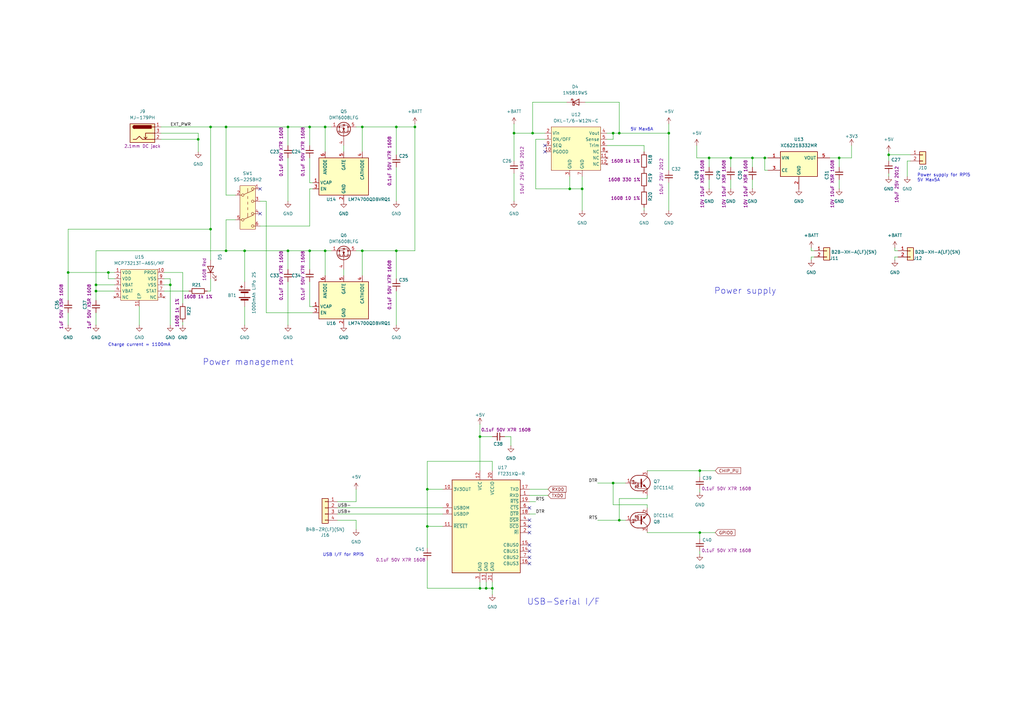
<source format=kicad_sch>
(kicad_sch (version 20250114) (generator "eeschema") (generator_version "9.0")
  (paper "A3")
  (lib_symbols
    (symbol "Connector:Barrel_Jack_Switch" (pin_names (hide yes))
      (property "Reference" "J" (at 0 5.334 0))
      (property "Value" "Barrel_Jack_Switch" (at 0 -5.08 0))
      (symbol "Barrel_Jack_Switch_1_1"
        (pin passive line (at 7.62 2.54 180) (length 2.54) (name "~") (number "1"))
        (pin passive line (at 7.62 0 180) (length 2.54) (name "~") (number "3"))
        (pin passive line (at 7.62 -2.54 180) (length 2.54) (name "~") (number "2"))
      )
    )
    (symbol "Connector_Generic:Conn_01x02" (pin_names (offset 1.016) (hide yes))
      (property "Reference" "J" (at 0 2.54 0))
      (property "Value" "Conn_01x02" (at 0 -5.08 0))
      (symbol "Conn_01x02_1_1"
        (pin passive line (at -5.08 0 0) (length 3.81) (name "Pin_1") (number "1"))
        (pin passive line (at -5.08 -2.54 0) (length 3.81) (name "Pin_2") (number "2"))
      )
    )
    (symbol "Connector_Generic:Conn_01x04" (pin_names (offset 1.016) (hide yes))
      (property "Reference" "J" (at 0 5.08 0))
      (property "Value" "Conn_01x04" (at 0 -7.62 0))
      (symbol "Conn_01x04_1_1"
        (pin passive line (at -5.08 2.54 0) (length 3.81) (name "Pin_1") (number "1"))
        (pin passive line (at -5.08 0 0) (length 3.81) (name "Pin_2") (number "2"))
        (pin passive line (at -5.08 -2.54 0) (length 3.81) (name "Pin_3") (number "3"))
        (pin passive line (at -5.08 -5.08 0) (length 3.81) (name "Pin_4") (number "4"))
      )
    )
    (symbol "Device:Battery" (pin_numbers (hide yes)) (pin_names (offset 0) (hide yes))
      (property "Reference" "BT" (at 2.54 2.54 0))
      (property "Value" "Battery" (at 2.54 0 0))
      (symbol "Battery_1_1"
        (pin passive line (at 0 5.08 270) (length 2.54) (name "+") (number "1"))
        (pin passive line (at 0 -5.08 90) (length 2.54) (name "-") (number "2"))
      )
    )
    (symbol "Device:C_Small" (pin_numbers (hide yes)) (pin_names (offset 0.254) (hide yes))
      (property "Reference" "C" (at 0.254 1.778 0))
      (property "Value" "C_Small" (at 0.254 -2.032 0))
      (symbol "C_Small_1_1"
        (pin passive line (at 0 2.54 270) (length 2.032) (name "~") (number "1"))
        (pin passive line (at 0 -2.54 90) (length 2.032) (name "~") (number "2"))
      )
    )
    (symbol "Device:D_Schottky" (pin_numbers (hide yes)) (pin_names (offset 1.016) (hide yes))
      (property "Reference" "D" (at 0 2.54 0))
      (property "Value" "D_Schottky" (at 0 -2.54 0))
      (symbol "D_Schottky_1_1"
        (pin passive line (at -3.81 0 0) (length 2.54) (name "K") (number "1"))
        (pin passive line (at 3.81 0 180) (length 2.54) (name "A") (number "2"))
      )
    )
    (symbol "Device:LED" (pin_numbers (hide yes)) (pin_names (offset 1.016) (hide yes))
      (property "Reference" "D" (at 0 2.54 0))
      (property "Value" "LED" (at 0 -2.54 0))
      (symbol "LED_1_1"
        (pin passive line (at -3.81 0 0) (length 2.54) (name "K") (number "1"))
        (pin passive line (at 3.81 0 180) (length 2.54) (name "A") (number "2"))
      )
    )
    (symbol "Device:R" (pin_numbers (hide yes)) (pin_names (offset 0))
      (property "Reference" "R" (at 2.032 0 90))
      (property "Value" "R" (at 0 0 90))
      (symbol "R_1_1"
        (pin passive line (at 0 3.81 270) (length 1.27) (name "~") (number "1"))
        (pin passive line (at 0 -3.81 90) (length 1.27) (name "~") (number "2"))
      )
    )
    (symbol "Interface_USB:FT231XQ"
      (property "Reference" "U" (at -13.97 20.32 0))
      (property "Value" "FT231XQ" (at 6.35 20.32 0))
      (symbol "FT231XQ_1_1"
        (pin power_out line (at -17.78 15.24 0) (length 3.81) (name "3V3OUT") (number "10"))
        (pin bidirectional line (at -17.78 7.62 0) (length 3.81) (name "USBDM") (number "9"))
        (pin bidirectional line (at -17.78 5.08 0) (length 3.81) (name "USBDP") (number "8"))
        (pin input line (at -17.78 0 0) (length 3.81) (name "~{RESET}") (number "11"))
        (pin power_in line (at -2.54 22.86 270) (length 3.81) (name "VCC") (number "12"))
        (pin power_in line (at -2.54 -22.86 90) (length 3.81) (name "GND") (number "3"))
        (pin power_in line (at 0 -22.86 90) (length 3.81) (name "GND") (number "13"))
        (pin power_in line (at 2.54 22.86 270) (length 3.81) (name "VCCIO") (number "20"))
        (pin power_in line (at 2.54 -22.86 90) (length 3.81) (name "GND") (number "21"))
        (pin output line (at 17.78 15.24 180) (length 3.81) (name "TXD") (number "17"))
        (pin input line (at 17.78 12.7 180) (length 3.81) (name "RXD") (number "1"))
        (pin output line (at 17.78 10.16 180) (length 3.81) (name "~{RTS}") (number "19"))
        (pin input line (at 17.78 7.62 180) (length 3.81) (name "~{CTS}") (number "6"))
        (pin output line (at 17.78 5.08 180) (length 3.81) (name "~{DTR}") (number "18"))
        (pin input line (at 17.78 2.54 180) (length 3.81) (name "~{DSR}") (number "4"))
        (pin input line (at 17.78 0 180) (length 3.81) (name "~{DCD}") (number "5"))
        (pin input line (at 17.78 -2.54 180) (length 3.81) (name "~{RI}") (number "2"))
        (pin bidirectional line (at 17.78 -7.62 180) (length 3.81) (name "CBUS0") (number "15"))
        (pin bidirectional line (at 17.78 -10.16 180) (length 3.81) (name "CBUS1") (number "14"))
        (pin bidirectional line (at 17.78 -12.7 180) (length 3.81) (name "CBUS2") (number "7"))
        (pin bidirectional line (at 17.78 -15.24 180) (length 3.81) (name "CBUS3") (number "16"))
      )
    )
    (symbol "Power_Management:LM74700"
      (property "Reference" "U" (at -9.525 -8.89 0))
      (property "Value" "LM74700" (at 7.62 -8.89 0))
      (symbol "LM74700_1_1"
        (pin passive line (at -12.7 -2.54 0) (length 2.54) (name "VCAP") (number "1"))
        (pin input line (at -12.7 -5.08 0) (length 2.54) (name "EN") (number "3"))
        (pin power_in line (at -7.62 10.16 270) (length 2.54) (name "ANODE") (number "6"))
        (pin output line (at 0 10.16 270) (length 2.54) (name "GATE") (number "5"))
        (pin power_in line (at 0 -10.16 90) (length 2.54) (name "GND") (number "2"))
        (pin input line (at 7.62 10.16 270) (length 2.54) (name "CATHODE") (number "4"))
      )
    )
    (symbol "Regulator_Linear:XC6220B331MR"
      (property "Reference" "U" (at 0 8.89 0))
      (property "Value" "XC6220B331MR" (at 0 6.35 0))
      (symbol "XC6220B331MR_1_1"
        (pin power_in line (at -12.7 2.54 0) (length 5.08) (name "VIN") (number "1"))
        (pin input line (at -12.7 -2.54 0) (length 5.08) (name "CE") (number "3"))
        (pin power_in line (at 0 -10.16 90) (length 5.08) (name "GND") (number "2"))
        (pin power_out line (at 12.7 2.54 180) (length 5.08) (name "VOUT") (number "5"))
        (pin no_connect line (at 12.7 -2.54 180) (length 5.08) (hide yes) (name "NC") (number "4"))
      )
    )
    (symbol "Switch:SW_Push_DPDT" (pin_names (offset 0) (hide yes))
      (property "Reference" "SW" (at 0 10.16 0))
      (property "Value" "SW_Push_DPDT" (at 0 -10.16 0))
      (symbol "SW_Push_DPDT_1_1"
        (pin passive line (at -5.08 5.08 0) (length 2.54) (name "B") (number "2"))
        (pin passive line (at -5.08 -5.08 0) (length 2.54) (name "B") (number "5"))
        (pin passive line (at 5.08 7.62 180) (length 2.54) (name "A") (number "1"))
        (pin passive line (at 5.08 2.54 180) (length 2.54) (name "C") (number "3"))
        (pin passive line (at 5.08 -2.54 180) (length 2.54) (name "A") (number "4"))
        (pin passive line (at 5.08 -7.62 180) (length 2.54) (name "C") (number "6"))
      )
    )
    (symbol "Transistor_BJT:DTC114E" (pin_names (offset 0) (hide yes))
      (property "Reference" "Q" (at 5.08 1.905 0))
      (property "Value" "DTC114E" (at 5.08 0 0))
      (symbol "DTC114E_0_0"
        (text "10k" (at -3.302 0.889 0) (effects (font (size 0.508 0.508))))
        (text "10k" (at -2.159 -1.524 900) (effects (font (size 0.508 0.508))))
      )
      (symbol "DTC114E_1_1"
        (pin input line (at -6.35 0 0) (length 2.54) (name "B") (number "1"))
        (pin passive line (at 2.54 5.08 270) (length 2.54) (name "C") (number "3"))
        (pin passive line (at 2.54 -5.08 90) (length 2.54) (name "E") (number "2"))
      )
    )
    (symbol "Transistor_FET:DMT6008LFG" (pin_names (hide yes))
      (property "Reference" "Q" (at 5.08 1.905 0))
      (property "Value" "DMT6008LFG" (at 5.08 0 0))
      (symbol "DMT6008LFG_1_1"
        (pin passive line (at -5.08 0 0) (length 2.54) (name "G") (number "4"))
        (pin passive line (at 2.54 5.08 270) (length 2.54) (name "D") (number "5"))
        (pin passive line (at 2.54 -5.08 90) (length 2.54) (name "S") (number "1"))
        (pin passive line (at 2.54 -5.08 90) (length 2.54) (hide yes) (name "S") (number "2"))
        (pin passive line (at 2.54 -5.08 90) (length 2.54) (hide yes) (name "S") (number "3"))
      )
    )
    (symbol "micromouse-twilight:MCP73213"
      (property "Reference" "U" (at 0 0 0))
      (symbol "MCP73213_1_1"
        (pin power_in line (at -10.16 5.08 0) (length 2.54) (name "VDD") (number "1"))
        (pin power_in line (at -10.16 2.54 0) (length 2.54) (name "VDD") (number "2"))
        (pin power_out line (at -10.16 0 0) (length 2.54) (name "VBAT") (number "3"))
        (pin power_out line (at -10.16 -2.54 0) (length 2.54) (name "VBAT") (number "4"))
        (pin no_connect line (at -10.16 -5.08 0) (length 2.54) (name "NC") (number "5"))
        (pin power_in line (at 0 -8.89 90) (length 2.54) (name "EP") (number "11"))
        (pin input line (at 10.16 5.08 180) (length 2.54) (name "PROG") (number "10"))
        (pin power_in line (at 10.16 2.54 180) (length 2.54) (name "VSS") (number "9"))
        (pin power_in line (at 10.16 0 180) (length 2.54) (name "VSS") (number "8"))
        (pin output line (at 10.16 -2.54 180) (length 2.54) (name "STAT") (number "7"))
        (pin no_connect line (at 10.16 -5.08 180) (length 2.54) (name "NC") (number "6"))
      )
    )
    (symbol "micromouse-twilight:OKL-T/6-W12N-C"
      (property "Reference" "U" (at 0 0 0))
      (symbol "OKL-T/6-W12N-C_1_1"
        (pin power_in line (at -12.7 2.54 0) (length 2.54) (name "Vin") (number "2"))
        (pin input line (at -12.7 0 0) (length 2.54) (name "ON/OFF") (number "1"))
        (pin input line (at -12.7 -2.54 0) (length 2.54) (name "SEQ") (number "9"))
        (pin output line (at -12.7 -5.08 0) (length 2.54) (name "PGOOD") (number "10"))
        (pin power_in line (at -2.54 -15.24 90) (length 2.54) (name "GND") (number "3"))
        (pin power_in line (at 2.54 -15.24 90) (length 2.54) (name "GND") (number "7"))
        (pin power_out line (at 12.7 2.54 180) (length 2.54) (name "Vout") (number "4"))
        (pin input line (at 12.7 0 180) (length 2.54) (name "Sense") (number "5"))
        (pin output line (at 12.7 -2.54 180) (length 2.54) (name "Trim") (number "6"))
        (pin no_connect line (at 12.7 -5.08 180) (length 2.54) (name "NC") (number "8"))
        (pin no_connect line (at 12.7 -7.62 180) (length 2.54) (name "NC") (number "11"))
        (pin no_connect line (at 12.7 -10.16 180) (length 2.54) (name "NC") (number "12"))
      )
    )
    (symbol "power:+3V3" (power) (pin_names (offset 0))
      (property "Value" "+3V3" (at 0 3.556 0))
      (symbol "+3V3_1_1"
        (pin power_in line (at 0 0 90) (length 0) (hide yes) (name "+3V3") (number "1"))
      )
    )
    (symbol "power:+5V" (power) (pin_numbers (hide yes)) (pin_names (offset 0) (hide yes))
      (property "Value" "+5V" (at 0 3.556 0))
      (symbol "+5V_1_1"
        (pin power_in line (at 0 0 90) (length 0) (name "~") (number "1"))
      )
    )
    (symbol "power:+BATT" (power) (pin_numbers (hide yes)) (pin_names (offset 0) (hide yes))
      (property "Value" "+BATT" (at 0 3.556 0))
      (symbol "+BATT_1_1"
        (pin power_in line (at 0 0 90) (length 0) (name "~") (number "1"))
      )
    )
    (symbol "power:GND" (power) (pin_numbers (hide yes)) (pin_names (offset 0) (hide yes))
      (property "Value" "GND" (at 0 -3.81 0))
      (symbol "GND_1_1"
        (pin power_in line (at 0 0 270) (length 0) (name "~") (number "1"))
      )
    )
  )
  (text "Charge current = 1100mA" (at 57.15 141.478 0) (effects (font (size 1.27 1.27))))
  (text "Power supply for RPi5\n5V Max5A" (at 376.174 74.676 0) (effects (font (size 1.27 1.27)) (justify left bottom)))
  (text "5V Max6A" (at 258.572 53.848 0) (effects (font (size 1.27 1.27)) (justify left bottom)))
  (text "Power management" (at 83.058 150.114 0) (effects (font (size 2.54 2.54)) (justify left bottom)))
  (text "Power supply" (at 292.862 120.904 0) (effects (font (size 2.54 2.54)) (justify left bottom)))
  (text "USB I/F for RPi5\n" (at 132.334 228.346 0) (effects (font (size 1.27 1.27)) (justify left bottom)))
  (text "USB-Serial I/F" (at 216.154 248.412 0) (effects (font (size 2.54 2.54)) (justify left bottom)))
  (junction (at 118.11 52.07))
  (junction (at 133.35 52.07))
  (junction (at 313.69 64.77))
  (junction (at 251.46 198.12))
  (junction (at 238.76 77.47))
  (junction (at 27.94 111.76))
  (junction (at 39.37 116.84))
  (junction (at 100.33 102.87))
  (junction (at 170.18 52.07))
  (junction (at 86.36 52.07))
  (junction (at 299.72 64.77))
  (junction (at 162.56 52.07))
  (junction (at 308.61 64.77))
  (junction (at 118.11 102.87))
  (junction (at 274.32 54.61))
  (junction (at 127 52.07))
  (junction (at 44.45 111.76))
  (junction (at 196.85 241.3))
  (junction (at 69.85 116.84))
  (junction (at 210.82 54.61))
  (junction (at 92.71 102.87))
  (junction (at 148.59 102.87))
  (junction (at 92.71 52.07))
  (junction (at 175.26 200.66))
  (junction (at 364.49 63.5))
  (junction (at 127 102.87))
  (junction (at 133.35 102.87))
  (junction (at 81.28 57.15))
  (junction (at 162.56 102.87))
  (junction (at 86.36 93.98))
  (junction (at 175.26 215.9))
  (junction (at 254 213.36))
  (junction (at 287.02 193.04))
  (junction (at 344.17 64.77))
  (junction (at 251.46 54.61))
  (junction (at 199.39 241.3))
  (junction (at 196.85 179.07))
  (junction (at 254 54.61))
  (junction (at 233.68 77.47))
  (junction (at 290.83 64.77))
  (junction (at 148.59 52.07))
  (junction (at 39.37 119.38))
  (junction (at 287.02 218.44))
  (junction (at 218.44 54.61))
  (junction (at 201.93 241.3))
  (no_connect (at 217.17 208.28))
  (no_connect (at 223.52 62.23))
  (no_connect (at 106.68 87.63))
  (no_connect (at 217.17 218.44))
  (no_connect (at 217.17 226.06))
  (no_connect (at 106.68 77.47))
  (no_connect (at 217.17 215.9))
  (no_connect (at 217.17 231.14))
  (no_connect (at 217.17 228.6))
  (no_connect (at 217.17 223.52))
  (no_connect (at 223.52 59.69))
  (no_connect (at 217.17 213.36))
  (wire (pts (xy 127 115.57) (xy 127 125.73)))
  (wire (pts (xy 372.11 66.04) (xy 373.38 66.04)))
  (wire (pts (xy 308.61 73.66) (xy 308.61 77.47)))
  (wire (pts (xy 127 64.77) (xy 127 74.93)))
  (wire (pts (xy 219.71 57.15) (xy 219.71 77.47)))
  (wire (pts (xy 118.11 115.57) (xy 118.11 133.35)))
  (wire (pts (xy 175.26 215.9) (xy 175.26 224.79)))
  (wire (pts (xy 118.11 52.07) (xy 127 52.07)))
  (wire (pts (xy 92.71 52.07) (xy 118.11 52.07)))
  (wire (pts (xy 66.04 54.61) (xy 81.28 54.61)))
  (wire (pts (xy 44.45 114.3) (xy 44.45 111.76)))
  (wire (pts (xy 133.35 52.07) (xy 135.89 52.07)))
  (wire (pts (xy 100.33 102.87) (xy 100.33 115.57)))
  (wire (pts (xy 146.05 205.74) (xy 138.43 205.74)))
  (wire (pts (xy 109.22 82.55) (xy 109.22 128.27)))
  (wire (pts (xy 364.49 66.04) (xy 364.49 63.5)))
  (wire (pts (xy 367.03 105.41) (xy 368.3 105.41)))
  (wire (pts (xy 92.71 90.17) (xy 92.71 102.87)))
  (wire (pts (xy 27.94 93.98) (xy 86.36 93.98)))
  (wire (pts (xy 85.09 119.38) (xy 86.36 119.38)))
  (wire (pts (xy 233.68 77.47) (xy 238.76 77.47)))
  (wire (pts (xy 86.36 93.98) (xy 86.36 106.68)))
  (wire (pts (xy 100.33 102.87) (xy 118.11 102.87)))
  (wire (pts (xy 148.59 102.87) (xy 148.59 113.03)))
  (wire (pts (xy 127 125.73) (xy 128.27 125.73)))
  (wire (pts (xy 274.32 74.93) (xy 274.32 86.36)))
  (wire (pts (xy 290.83 64.77) (xy 299.72 64.77)))
  (wire (pts (xy 196.85 179.07) (xy 196.85 193.04)))
  (wire (pts (xy 210.82 71.12) (xy 210.82 82.55)))
  (wire (pts (xy 285.75 59.69) (xy 285.75 64.77)))
  (wire (pts (xy 146.05 200.66) (xy 146.05 205.74)))
  (wire (pts (xy 245.11 198.12) (xy 251.46 198.12)))
  (wire (pts (xy 69.85 114.3) (xy 67.31 114.3)))
  (wire (pts (xy 217.17 210.82) (xy 219.71 210.82)))
  (wire (pts (xy 364.49 63.5) (xy 373.38 63.5)))
  (wire (pts (xy 217.17 205.74) (xy 219.71 205.74)))
  (wire (pts (xy 27.94 111.76) (xy 27.94 93.98)))
  (wire (pts (xy 127 52.07) (xy 133.35 52.07)))
  (wire (pts (xy 201.93 241.3) (xy 201.93 243.84)))
  (wire (pts (xy 313.69 64.77) (xy 314.96 64.77)))
  (wire (pts (xy 27.94 111.76) (xy 27.94 123.19)))
  (wire (pts (xy 367.03 102.87) (xy 368.3 102.87)))
  (wire (pts (xy 86.36 93.98) (xy 86.36 52.07)))
  (wire (pts (xy 217.17 203.2) (xy 224.79 203.2)))
  (wire (pts (xy 74.93 111.76) (xy 74.93 124.46)))
  (wire (pts (xy 238.76 77.47) (xy 238.76 86.36)))
  (wire (pts (xy 218.44 54.61) (xy 210.82 54.61)))
  (wire (pts (xy 140.97 110.49) (xy 140.97 113.03)))
  (wire (pts (xy 46.99 119.38) (xy 39.37 119.38)))
  (wire (pts (xy 217.17 200.66) (xy 224.79 200.66)))
  (wire (pts (xy 251.46 198.12) (xy 256.54 198.12)))
  (wire (pts (xy 251.46 207.01) (xy 251.46 198.12)))
  (wire (pts (xy 39.37 128.27) (xy 39.37 133.35)))
  (wire (pts (xy 299.72 64.77) (xy 299.72 68.58)))
  (wire (pts (xy 44.45 111.76) (xy 46.99 111.76)))
  (wire (pts (xy 364.49 62.23) (xy 364.49 63.5)))
  (wire (pts (xy 148.59 102.87) (xy 162.56 102.87)))
  (wire (pts (xy 170.18 52.07) (xy 170.18 102.87)))
  (wire (pts (xy 39.37 102.87) (xy 92.71 102.87)))
  (wire (pts (xy 69.85 116.84) (xy 69.85 133.35)))
  (wire (pts (xy 92.71 80.01) (xy 92.71 52.07)))
  (wire (pts (xy 287.02 193.04) (xy 293.37 193.04)))
  (wire (pts (xy 39.37 116.84) (xy 46.99 116.84)))
  (wire (pts (xy 332.74 102.87) (xy 334.01 102.87)))
  (wire (pts (xy 27.94 111.76) (xy 44.45 111.76)))
  (wire (pts (xy 74.93 111.76) (xy 67.31 111.76)))
  (wire (pts (xy 162.56 102.87) (xy 170.18 102.87)))
  (wire (pts (xy 287.02 218.44) (xy 293.37 218.44)))
  (wire (pts (xy 201.93 193.04) (xy 201.93 189.23)))
  (wire (pts (xy 299.72 64.77) (xy 308.61 64.77)))
  (wire (pts (xy 162.56 102.87) (xy 162.56 114.3)))
  (wire (pts (xy 138.43 210.82) (xy 181.61 210.82)))
  (wire (pts (xy 251.46 54.61) (xy 254 54.61)))
  (wire (pts (xy 264.16 62.23) (xy 264.16 59.69)))
  (wire (pts (xy 367.03 101.6) (xy 367.03 102.87)))
  (wire (pts (xy 39.37 119.38) (xy 39.37 116.84)))
  (wire (pts (xy 100.33 125.73) (xy 100.33 133.35)))
  (wire (pts (xy 118.11 102.87) (xy 127 102.87)))
  (wire (pts (xy 196.85 173.99) (xy 196.85 179.07)))
  (wire (pts (xy 109.22 128.27) (xy 128.27 128.27)))
  (wire (pts (xy 127 92.71) (xy 127 77.47)))
  (wire (pts (xy 86.36 52.07) (xy 92.71 52.07)))
  (wire (pts (xy 175.26 189.23) (xy 175.26 200.66)))
  (wire (pts (xy 308.61 64.77) (xy 308.61 68.58)))
  (wire (pts (xy 39.37 119.38) (xy 39.37 123.19)))
  (wire (pts (xy 146.05 102.87) (xy 148.59 102.87)))
  (wire (pts (xy 240.03 41.91) (xy 254 41.91)))
  (wire (pts (xy 287.02 226.06) (xy 287.02 227.33)))
  (wire (pts (xy 287.02 193.04) (xy 287.02 195.58)))
  (wire (pts (xy 364.49 71.12) (xy 364.49 72.39)))
  (wire (pts (xy 210.82 54.61) (xy 210.82 66.04)))
  (wire (pts (xy 332.74 106.68) (xy 332.74 105.41)))
  (wire (pts (xy 349.25 59.69) (xy 349.25 64.77)))
  (wire (pts (xy 265.43 207.01) (xy 251.46 207.01)))
  (wire (pts (xy 344.17 64.77) (xy 344.17 68.58)))
  (wire (pts (xy 162.56 52.07) (xy 162.56 63.5)))
  (wire (pts (xy 148.59 52.07) (xy 162.56 52.07)))
  (wire (pts (xy 201.93 189.23) (xy 175.26 189.23)))
  (wire (pts (xy 81.28 57.15) (xy 81.28 62.23)))
  (wire (pts (xy 210.82 50.8) (xy 210.82 54.61)))
  (wire (pts (xy 127 110.49) (xy 127 102.87)))
  (wire (pts (xy 256.54 213.36) (xy 254 213.36)))
  (wire (pts (xy 332.74 101.6) (xy 332.74 102.87)))
  (wire (pts (xy 175.26 200.66) (xy 181.61 200.66)))
  (wire (pts (xy 344.17 73.66) (xy 344.17 77.47)))
  (wire (pts (xy 133.35 102.87) (xy 135.89 102.87)))
  (wire (pts (xy 201.93 238.76) (xy 201.93 241.3)))
  (wire (pts (xy 196.85 241.3) (xy 175.26 241.3)))
  (wire (pts (xy 254 54.61) (xy 254 41.91)))
  (wire (pts (xy 287.02 218.44) (xy 287.02 220.98)))
  (wire (pts (xy 127 102.87) (xy 133.35 102.87)))
  (wire (pts (xy 340.36 64.77) (xy 344.17 64.77)))
  (wire (pts (xy 175.26 200.66) (xy 175.26 215.9)))
  (wire (pts (xy 233.68 77.47) (xy 233.68 72.39)))
  (wire (pts (xy 66.04 52.07) (xy 86.36 52.07)))
  (wire (pts (xy 290.83 73.66) (xy 290.83 77.47)))
  (wire (pts (xy 146.05 217.17) (xy 146.05 213.36)))
  (wire (pts (xy 140.97 59.69) (xy 140.97 62.23)))
  (wire (pts (xy 106.68 82.55) (xy 109.22 82.55)))
  (wire (pts (xy 67.31 116.84) (xy 69.85 116.84)))
  (wire (pts (xy 96.52 90.17) (xy 92.71 90.17)))
  (wire (pts (xy 332.74 105.41) (xy 334.01 105.41)))
  (wire (pts (xy 127 59.69) (xy 127 52.07)))
  (wire (pts (xy 251.46 54.61) (xy 248.92 54.61)))
  (wire (pts (xy 138.43 208.28) (xy 181.61 208.28)))
  (wire (pts (xy 207.01 179.07) (xy 209.55 179.07)))
  (wire (pts (xy 146.05 52.07) (xy 148.59 52.07)))
  (wire (pts (xy 133.35 62.23) (xy 133.35 52.07)))
  (wire (pts (xy 196.85 238.76) (xy 196.85 241.3)))
  (wire (pts (xy 127 77.47) (xy 128.27 77.47)))
  (wire (pts (xy 219.71 77.47) (xy 233.68 77.47)))
  (wire (pts (xy 245.11 213.36) (xy 254 213.36)))
  (wire (pts (xy 265.43 204.47) (xy 265.43 203.2)))
  (wire (pts (xy 162.56 52.07) (xy 170.18 52.07)))
  (wire (pts (xy 175.26 229.87) (xy 175.26 241.3)))
  (wire (pts (xy 201.93 241.3) (xy 199.39 241.3)))
  (wire (pts (xy 254 213.36) (xy 254 204.47)))
  (wire (pts (xy 199.39 241.3) (xy 196.85 241.3)))
  (wire (pts (xy 299.72 73.66) (xy 299.72 77.47)))
  (wire (pts (xy 251.46 57.15) (xy 251.46 54.61)))
  (wire (pts (xy 170.18 50.8) (xy 170.18 52.07)))
  (wire (pts (xy 69.85 116.84) (xy 69.85 114.3)))
  (wire (pts (xy 264.16 85.09) (xy 264.16 86.36)))
  (wire (pts (xy 238.76 72.39) (xy 238.76 77.47)))
  (wire (pts (xy 146.05 213.36) (xy 138.43 213.36)))
  (wire (pts (xy 196.85 179.07) (xy 201.93 179.07)))
  (wire (pts (xy 254 204.47) (xy 265.43 204.47)))
  (wire (pts (xy 162.56 119.38) (xy 162.56 133.35)))
  (wire (pts (xy 39.37 116.84) (xy 39.37 102.87)))
  (wire (pts (xy 287.02 200.66) (xy 287.02 201.93)))
  (wire (pts (xy 290.83 64.77) (xy 290.83 68.58)))
  (wire (pts (xy 344.17 64.77) (xy 349.25 64.77)))
  (wire (pts (xy 218.44 54.61) (xy 218.44 41.91)))
  (wire (pts (xy 86.36 119.38) (xy 86.36 114.3)))
  (wire (pts (xy 81.28 54.61) (xy 81.28 57.15)))
  (wire (pts (xy 209.55 179.07) (xy 209.55 182.88)))
  (wire (pts (xy 118.11 59.69) (xy 118.11 52.07)))
  (wire (pts (xy 81.28 57.15) (xy 66.04 57.15)))
  (wire (pts (xy 96.52 80.01) (xy 92.71 80.01)))
  (wire (pts (xy 367.03 106.68) (xy 367.03 105.41)))
  (wire (pts (xy 264.16 59.69) (xy 248.92 59.69)))
  (wire (pts (xy 313.69 64.77) (xy 313.69 69.85)))
  (wire (pts (xy 274.32 50.8) (xy 274.32 54.61)))
  (wire (pts (xy 57.15 125.73) (xy 57.15 133.35)))
  (wire (pts (xy 265.43 208.28) (xy 265.43 207.01)))
  (wire (pts (xy 372.11 72.39) (xy 372.11 66.04)))
  (wire (pts (xy 118.11 110.49) (xy 118.11 102.87)))
  (wire (pts (xy 162.56 68.58) (xy 162.56 82.55)))
  (wire (pts (xy 106.68 92.71) (xy 127 92.71)))
  (wire (pts (xy 265.43 218.44) (xy 287.02 218.44)))
  (wire (pts (xy 127 74.93) (xy 128.27 74.93)))
  (wire (pts (xy 27.94 128.27) (xy 27.94 133.35)))
  (wire (pts (xy 218.44 54.61) (xy 223.52 54.61)))
  (wire (pts (xy 218.44 41.91) (xy 232.41 41.91)))
  (wire (pts (xy 285.75 64.77) (xy 290.83 64.77)))
  (wire (pts (xy 223.52 57.15) (xy 219.71 57.15)))
  (wire (pts (xy 248.92 57.15) (xy 251.46 57.15)))
  (wire (pts (xy 133.35 113.03) (xy 133.35 102.87)))
  (wire (pts (xy 92.71 102.87) (xy 100.33 102.87)))
  (wire (pts (xy 118.11 64.77) (xy 118.11 82.55)))
  (wire (pts (xy 274.32 54.61) (xy 274.32 69.85)))
  (wire (pts (xy 254 54.61) (xy 274.32 54.61)))
  (wire (pts (xy 46.99 114.3) (xy 44.45 114.3)))
  (wire (pts (xy 308.61 64.77) (xy 313.69 64.77)))
  (wire (pts (xy 313.69 69.85) (xy 314.96 69.85)))
  (wire (pts (xy 199.39 238.76) (xy 199.39 241.3)))
  (wire (pts (xy 74.93 132.08) (xy 74.93 133.35)))
  (wire (pts (xy 181.61 215.9) (xy 175.26 215.9)))
  (wire (pts (xy 67.31 119.38) (xy 77.47 119.38)))
  (wire (pts (xy 265.43 193.04) (xy 287.02 193.04)))
  (wire (pts (xy 148.59 52.07) (xy 148.59 62.23)))
  (label "USB-" (at 138.43 208.28 0))
  (label "RTS" (at 245.11 213.36 180))
  (label "DTR" (at 245.11 198.12 180))
  (label "USB+" (at 138.43 210.82 0))
  (label "RTS" (at 219.71 205.74 0))
  (label "DTR" (at 219.71 210.82 0))
  (label "EXT_PWR" (at 69.85 52.07 0))
  (global_label "CHIP_PU" (shape input) (at 293.37 193.04 0) (property "Intersheetrefs" "${INTERSHEET_REFS}" (effects (hide yes))))
  (global_label "RXD0" (shape input) (at 224.79 200.66 0) (property "Intersheetrefs" "${INTERSHEET_REFS}" (effects (hide yes))))
  (global_label "TXD0" (shape input) (at 224.79 203.2 0) (property "Intersheetrefs" "${INTERSHEET_REFS}" (effects (hide yes))))
  (global_label "GPIO0" (shape input) (at 293.37 218.44 0) (property "Intersheetrefs" "${INTERSHEET_REFS}" (effects (hide yes))))
  (symbol (lib_id "Transistor_BJT:DTC114E") (at 262.89 198.12 0) (unit 1)
    (property "Reference" "Q7" (at 267.97 197.485 0) (effects (justify left)))
    (property "Value" "DTC114E" (at 267.97 200.025 0) (effects (justify left)))
    (property "Footprint" "Package_TO_SOT_SMD:SOT-723" (effects (hide yes)))
  )
  (symbol (lib_id "Device:C_Small") (at 210.82 68.58 180) (unit 1)
    (property "Reference" "C26" (at 205.994 66.04 0) (effects (justify right)))
    (property "Value" "CL21A106KAYNNNE" (effects (hide yes)))
    (property "Footprint" "Capacitor_SMD:C_0805_2012Metric" (effects (hide yes)))
    (property "Description" "10uF 25V X5R 2012" (at 214.122 69.85 90))
  )
  (symbol (lib_id "power:GND") (at 74.93 133.35 0) (unit 1)
    (property "Reference" "#PWR094" (effects (hide yes)))
    (property "Value" "GND" (at 74.93 138.43 0))
    (property "Description" "Power symbol creates a global label with name \"GND\" , ground" (effects (hide yes)))
  )
  (symbol (lib_id "Connector_Generic:Conn_01x02") (at 373.38 102.87 0) (unit 1)
    (property "Reference" "J12" (at 376.428 105.918 0))
    (property "Value" "B2B-XH-A(LF)(SN)" (at 384.556 103.378 0))
    (property "Footprint" "Connector_JST:JST_XH_B2B-XH-AM_1x02_P2.50mm_Vertical" (effects (hide yes)))
    (property "Description" "Generic connector, single row, 01x02, script generated (kicad-library-utils/schlib/autogen/connector/)" (effects (hide yes)))
  )
  (symbol (lib_id "Device:D_Schottky") (at 236.22 41.91 0) (unit 1)
    (property "Reference" "D4" (at 235.9025 35.56 0))
    (property "Value" "1N5819WS" (at 235.9025 38.1 0))
    (property "Footprint" "Diode_SMD:D_SOD-323" (effects (hide yes)))
    (property "Description" "Schottky diode" (effects (hide yes)))
  )
  (symbol (lib_id "power:GND") (at 287.02 201.93 0) (unit 1)
    (property "Reference" "#PWR0101" (effects (hide yes)))
    (property "Value" "GND" (at 287.02 207.01 0))
  )
  (symbol (lib_id "power:GND") (at 238.76 86.36 0) (unit 1)
    (property "Reference" "#PWR081" (effects (hide yes)))
    (property "Value" "GND" (at 238.76 91.44 0))
    (property "Description" "Power symbol creates a global label with name \"GND\" , ground" (effects (hide yes)))
  )
  (symbol (lib_id "Transistor_FET:DMT6008LFG") (at 140.97 105.41 270) (mirror x) (unit 1)
    (property "Reference" "Q6" (at 140.97 96.52 90))
    (property "Value" "DMT6008LFG" (at 140.97 99.06 90))
    (property "Footprint" "Package_SON:Diodes_PowerDI3333-8" (effects (hide yes)))
    (property "Datasheet" "https://www.diodes.com/assets/Datasheets/DMT6008LFG.pdf" (effects (hide yes)))
    (property "Description" "60A Id, 60V Vds, N-Channel Enhancement Mode MOSFET, 7.5mOhm Ron, 50.4nC Qg(typ), PowerDI-3333-8" (effects (hide yes)))
  )
  (symbol (lib_id "power:GND") (at 140.97 82.55 0) (unit 1)
    (property "Reference" "#PWR078" (effects (hide yes)))
    (property "Value" "GND" (at 140.97 87.63 0))
    (property "Description" "Power symbol creates a global label with name \"GND\" , ground" (effects (hide yes)))
  )
  (symbol (lib_id "Device:C_Small") (at 287.02 223.52 180) (unit 1)
    (property "Reference" "C40" (at 288.036 221.488 0) (effects (justify right)))
    (property "Value" "CC0603KRX7R9BB104" (effects (hide yes)))
    (property "Footprint" "Capacitor_SMD:C_0603_1608Metric" (effects (hide yes)))
    (property "Description" "0.1uF 50V X7R 1608" (at 297.942 225.806 0))
  )
  (symbol (lib_id "Device:C_Small") (at 287.02 198.12 180) (unit 1)
    (property "Reference" "C39" (at 288.036 196.088 0) (effects (justify right)))
    (property "Value" "CC0603KRX7R9BB104" (effects (hide yes)))
    (property "Footprint" "Capacitor_SMD:C_0603_1608Metric" (effects (hide yes)))
    (property "Description" "0.1uF 50V X7R 1608" (at 297.942 200.406 0))
  )
  (symbol (lib_id "power:GND") (at 264.16 86.36 0) (unit 1)
    (property "Reference" "#PWR082" (effects (hide yes)))
    (property "Value" "GND" (at 264.16 91.44 0))
    (property "Description" "Power symbol creates a global label with name \"GND\" , ground" (effects (hide yes)))
  )
  (symbol (lib_id "Device:C_Small") (at 39.37 125.73 0) (mirror x) (unit 1)
    (property "Reference" "C37" (at 34.798 127 90) (effects (justify right)))
    (property "Value" "CL10A105KB8NNNC" (effects (hide yes)))
    (property "Footprint" "Capacitor_SMD:C_0603_1608Metric" (effects (hide yes)))
    (property "Description" "1uF 50V X5R 1608" (at 36.576 125.73 90))
  )
  (symbol (lib_id "Device:C_Small") (at 344.17 71.12 180) (unit 1)
    (property "Reference" "C31" (at 339.09 69.85 90) (effects (justify left)))
    (property "Value" "CL10A106KP8NNNC" (effects (hide yes)))
    (property "Footprint" "Capacitor_SMD:C_0603_1608Metric" (effects (hide yes)))
    (property "Description" "10V 10uF X5R 1608" (at 341.376 75.438 90))
  )
  (symbol (lib_id "Interface_USB:FT231XQ") (at 199.39 215.9 0) (unit 1)
    (property "Reference" "U17" (at 204.0733 191.77 0) (effects (justify left)))
    (property "Value" "FT231XQ-R" (at 204.0733 194.31 0) (effects (justify left)))
    (property "Footprint" "Package_DFN_QFN:QFN-20-1EP_4x4mm_P0.5mm_EP2.5x2.5mm" (effects (hide yes)))
    (property "Datasheet" "https://www.ftdichip.com/Support/Documents/DataSheets/ICs/DS_FT231X.pdf" (effects (hide yes)))
    (property "Description" "Full Speed USB to Full Handshake UART, QFN-20" (effects (hide yes)))
  )
  (symbol (lib_id "power:GND") (at 344.17 77.47 0) (unit 1)
    (property "Reference" "#PWR076" (effects (hide yes)))
    (property "Value" "GND" (at 344.17 82.55 0))
  )
  (symbol (lib_id "Device:C_Small") (at 299.72 71.12 180) (unit 1)
    (property "Reference" "C29" (at 294.64 69.85 90) (effects (justify left)))
    (property "Value" "CL10A106KP8NNNC" (effects (hide yes)))
    (property "Footprint" "Capacitor_SMD:C_0603_1608Metric" (effects (hide yes)))
    (property "Description" "10V 10uF X5R 1608" (at 296.926 75.438 90))
  )
  (symbol (lib_id "power:GND") (at 364.49 72.39 0) (unit 1)
    (property "Reference" "#PWR070" (effects (hide yes)))
    (property "Value" "GND" (at 364.49 77.47 0))
  )
  (symbol (lib_id "Connector_Generic:Conn_01x02") (at 378.46 63.5 0) (unit 1)
    (property "Reference" "J10" (at 378.46 68.834 0))
    (property "Value" "Conn_01x02" (effects (hide yes)))
    (property "Footprint" "Connector_JST:JST_XH_B2B-XH-AM_1x02_P2.50mm_Vertical" (effects (hide yes)))
    (property "Description" "Generic connector, single row, 01x02, script generated (kicad-library-utils/schlib/autogen/connector/)" (effects (hide yes)))
  )
  (symbol (lib_id "power:GND") (at 162.56 133.35 0) (unit 1)
    (property "Reference" "#PWR098" (effects (hide yes)))
    (property "Value" "GND" (at 162.56 138.43 0))
    (property "Description" "Power symbol creates a global label with name \"GND\" , ground" (effects (hide yes)))
  )
  (symbol (lib_id "Device:C_Small") (at 308.61 71.12 180) (unit 1)
    (property "Reference" "C30" (at 303.53 69.85 90) (effects (justify left)))
    (property "Value" "CL10A106KP8NNNC" (effects (hide yes)))
    (property "Footprint" "Capacitor_SMD:C_0603_1608Metric" (effects (hide yes)))
    (property "Description" "10V 10uF X5R 1608" (at 305.816 75.438 90))
  )
  (symbol (lib_id "Power_Management:LM74700") (at 140.97 72.39 0) (unit 1)
    (property "Reference" "U14" (at 133.858 81.788 0) (effects (justify left)))
    (property "Value" "LM74700QDBVRQ1" (at 142.748 81.788 0) (effects (justify left)))
    (property "Footprint" "Package_TO_SOT_SMD:SOT-23-6" (effects (hide yes)))
    (property "Datasheet" "http://www.ti.com/lit/gpn/LM74700-Q1" (effects (hide yes)))
    (property "Description" "Low Iq reverse battery protection ideal diode controller, SOT-23-6" (effects (hide yes)))
  )
  (symbol (lib_id "power:GND") (at 27.94 133.35 0) (unit 1)
    (property "Reference" "#PWR090" (effects (hide yes)))
    (property "Value" "GND" (at 27.94 138.43 0))
    (property "Description" "Power symbol creates a global label with name \"GND\" , ground" (effects (hide yes)))
  )
  (symbol (lib_id "Device:C_Small") (at 290.83 71.12 180) (unit 1)
    (property "Reference" "C28" (at 285.75 69.85 90) (effects (justify left)))
    (property "Value" "CL10A106KP8NNNC" (effects (hide yes)))
    (property "Footprint" "Capacitor_SMD:C_0603_1608Metric" (effects (hide yes)))
    (property "Description" "10V 10uF X5R 1608" (at 288.036 75.438 90))
  )
  (symbol (lib_id "Device:C_Small") (at 118.11 113.03 0) (mirror x) (unit 1)
    (property "Reference" "C33" (at 114.554 113.03 0) (effects (justify right)))
    (property "Value" "CC0603KRX7R9BB104" (effects (hide yes)))
    (property "Footprint" "Capacitor_SMD:C_0603_1608Metric" (effects (hide yes)))
    (property "Description" "0.1uF 50V X7R 1608" (at 115.316 113.03 90))
  )
  (symbol (lib_id "Device:LED") (at 86.36 110.49 90) (unit 1)
    (property "Reference" "D5" (at 90.17 105.41 0))
    (property "Value" "KT-0603R" (effects (hide yes)))
    (property "Footprint" "LED_SMD:LED_0603_1608Metric" (effects (hide yes)))
    (property "フィールド4" "1608 Red" (at 83.82 110.49 0))
  )
  (symbol (lib_id "power:+5V") (at 285.75 59.69 0) (unit 1)
    (property "Reference" "#PWR066" (effects (hide yes)))
    (property "Value" "+5V" (at 285.75 54.61 0))
    (property "Description" "Power symbol creates a global label with name \"+5V\"" (effects (hide yes)))
  )
  (symbol (lib_id "Device:C_Small") (at 364.49 68.58 0) (unit 1)
    (property "Reference" "C27" (at 365.506 65.532 0) (effects (justify left)))
    (property "Value" "CL21A106KAYNNNE" (effects (hide yes)))
    (property "Footprint" "Capacitor_SMD:C_0805_2012Metric" (effects (hide yes)))
    (property "Description" "10uF 25V 2012" (at 367.792 75.692 90))
  )
  (symbol (lib_id "power:GND") (at 140.97 133.35 0) (unit 1)
    (property "Reference" "#PWR097" (effects (hide yes)))
    (property "Value" "GND" (at 140.97 138.43 0))
    (property "Description" "Power symbol creates a global label with name \"GND\" , ground" (effects (hide yes)))
  )
  (symbol (lib_id "power:GND") (at 100.33 133.35 0) (unit 1)
    (property "Reference" "#PWR095" (effects (hide yes)))
    (property "Value" "GND" (at 100.33 138.43 0))
    (property "Description" "Power symbol creates a global label with name \"GND\" , ground" (effects (hide yes)))
  )
  (symbol (lib_id "power:GND") (at 290.83 77.47 0) (unit 1)
    (property "Reference" "#PWR072" (effects (hide yes)))
    (property "Value" "GND" (at 290.83 82.55 0))
  )
  (symbol (lib_id "power:GND") (at 287.02 227.33 0) (unit 1)
    (property "Reference" "#PWR0102" (effects (hide yes)))
    (property "Value" "GND" (at 287.02 232.41 0))
  )
  (symbol (lib_id "power:GND") (at 299.72 77.47 0) (unit 1)
    (property "Reference" "#PWR073" (effects (hide yes)))
    (property "Value" "GND" (at 299.72 82.55 0))
  )
  (symbol (lib_id "power:+5V") (at 146.05 200.66 0) (unit 1)
    (property "Reference" "#PWR0108" (effects (hide yes)))
    (property "Value" "+5V" (at 146.05 195.58 0))
    (property "Description" "Power symbol creates a global label with name \"+5V\"" (effects (hide yes)))
  )
  (symbol (lib_id "Device:C_Small") (at 274.32 72.39 0) (unit 1)
    (property "Reference" "C32" (at 275.336 69.342 0) (effects (justify left)))
    (property "Value" "CL21A106KAYNNNE" (effects (hide yes)))
    (property "Footprint" "Capacitor_SMD:C_0805_2012Metric" (effects (hide yes)))
    (property "Description" "10uF 25V 2012" (at 271.272 72.39 90))
  )
  (symbol (lib_id "power:GND") (at 81.28 62.23 0) (unit 1)
    (property "Reference" "#PWR068" (effects (hide yes)))
    (property "Value" "GND" (at 81.28 67.31 0))
    (property "Description" "Power symbol creates a global label with name \"GND\" , ground" (effects (hide yes)))
  )
  (symbol (lib_id "power:+5V") (at 196.85 173.99 0) (unit 1)
    (property "Reference" "#PWR099" (effects (hide yes)))
    (property "Value" "+5V" (at 196.85 170.18 0))
  )
  (symbol (lib_id "power:GND") (at 327.66 77.47 0) (unit 1)
    (property "Reference" "#PWR075" (effects (hide yes)))
    (property "Value" "GND" (at 327.66 82.55 0))
  )
  (symbol (lib_id "micromouse-twilight:MCP73213") (at 57.15 116.84 0) (unit 1)
    (property "Reference" "U15" (at 57.15 105.41 0))
    (property "Value" "MCP73213T-A6SI/MF" (at 57.15 107.95 0))
    (property "Footprint" "Package_DFN_QFN:DFN-10-1EP_3x3mm_P0.5mm_EP1.58x2.35mm" (effects (hide yes)))
  )
  (symbol (lib_id "power:+BATT") (at 170.18 50.8 0) (unit 1)
    (property "Reference" "#PWR063" (effects (hide yes)))
    (property "Value" "+BATT" (at 170.18 45.72 0))
    (property "Description" "Power symbol creates a global label with name \"+BATT\"" (effects (hide yes)))
  )
  (symbol (lib_id "power:+5V") (at 274.32 50.8 0) (unit 1)
    (property "Reference" "#PWR065" (effects (hide yes)))
    (property "Value" "+5V" (at 274.32 45.72 0))
    (property "Description" "Power symbol creates a global label with name \"+5V\"" (effects (hide yes)))
  )
  (symbol (lib_id "power:GND") (at 57.15 133.35 0) (unit 1)
    (property "Reference" "#PWR092" (effects (hide yes)))
    (property "Value" "GND" (at 57.15 138.43 0))
    (property "Description" "Power symbol creates a global label with name \"GND\" , ground" (effects (hide yes)))
  )
  (symbol (lib_id "Device:C_Small") (at 118.11 62.23 0) (mirror x) (unit 1)
    (property "Reference" "C23" (at 114.554 62.23 0) (effects (justify right)))
    (property "Value" "CC0603KRX7R9BB104" (effects (hide yes)))
    (property "Footprint" "Capacitor_SMD:C_0603_1608Metric" (effects (hide yes)))
    (property "Description" "0.1uF 50V X7R 1608" (at 115.316 62.23 90))
  )
  (symbol (lib_id "Switch:SW_Push_DPDT") (at 101.6 85.09 0) (unit 1)
    (property "Reference" "SW1" (at 101.6 71.12 0))
    (property "Value" "SS-22SBH2" (at 101.6 73.66 0))
    (property "Footprint" "Library:SS-22SBH2" (effects (hide yes)))
    (property "Description" "Momentary Switch, dual pole double throw" (effects (hide yes)))
  )
  (symbol (lib_id "Device:R") (at 74.93 128.27 0) (mirror y) (unit 1)
    (property "Reference" "R22" (at 77.47 129.54 90) (effects (justify left)))
    (property "Value" "0603WAF1001T5E" (effects (hide yes)))
    (property "Footprint" "Resistor_SMD:R_0603_1608Metric" (effects (hide yes)))
    (property "Description" "1608 1k 1%" (at 72.644 128.27 90))
  )
  (symbol (lib_id "Transistor_FET:DMT6008LFG") (at 140.97 54.61 270) (mirror x) (unit 1)
    (property "Reference" "Q5" (at 140.97 45.72 90))
    (property "Value" "DMT6008LFG" (at 140.97 48.26 90))
    (property "Footprint" "Package_SON:Diodes_PowerDI3333-8" (effects (hide yes)))
    (property "Datasheet" "https://www.diodes.com/assets/Datasheets/DMT6008LFG.pdf" (effects (hide yes)))
    (property "Description" "60A Id, 60V Vds, N-Channel Enhancement Mode MOSFET, 7.5mOhm Ron, 50.4nC Qg(typ), PowerDI-3333-8" (effects (hide yes)))
  )
  (symbol (lib_id "power:+5V") (at 364.49 62.23 0) (unit 1)
    (property "Reference" "#PWR069" (effects (hide yes)))
    (property "Value" "+5V" (at 364.49 57.15 0))
    (property "Description" "Power symbol creates a global label with name \"+5V\"" (effects (hide yes)))
  )
  (symbol (lib_id "Device:C_Small") (at 162.56 116.84 180) (unit 1)
    (property "Reference" "C35" (at 163.576 114.808 0) (effects (justify right)))
    (property "Value" "CC0603KRX7R9BB104" (effects (hide yes)))
    (property "Footprint" "Capacitor_SMD:C_0603_1608Metric" (effects (hide yes)))
    (property "Description" "0.1uF 50V X7R 1608" (at 159.766 116.84 90))
  )
  (symbol (lib_id "Connector:Barrel_Jack_Switch") (at 58.42 54.61 0) (unit 1)
    (property "Reference" "J9" (at 58.42 45.72 0))
    (property "Value" "MJ-179PH" (at 58.42 48.26 0))
    (property "Footprint" "Library:PJ-002A" (effects (hide yes)))
    (property "Description" "2.1mm DC jack" (at 58.42 59.944 0))
  )
  (symbol (lib_id "power:GND") (at 209.55 182.88 0) (unit 1)
    (property "Reference" "#PWR0100" (effects (hide yes)))
    (property "Value" "GND" (at 209.55 187.96 0))
  )
  (symbol (lib_id "power:GND") (at 162.56 82.55 0) (unit 1)
    (property "Reference" "#PWR079" (effects (hide yes)))
    (property "Value" "GND" (at 162.56 87.63 0))
    (property "Description" "Power symbol creates a global label with name \"GND\" , ground" (effects (hide yes)))
  )
  (symbol (lib_id "power:+BATT") (at 332.74 101.6 0) (unit 1)
    (property "Reference" "#PWR084" (effects (hide yes)))
    (property "Value" "+BATT" (at 332.74 96.52 0))
    (property "Description" "Power symbol creates a global label with name \"+BATT\"" (effects (hide yes)))
  )
  (symbol (lib_id "Device:Battery") (at 100.33 120.65 0) (mirror y) (unit 1)
    (property "Reference" "BT1" (at 97.028 121.158 0) (effects (justify left)))
    (property "Value" "1000mAh LiPo 2S" (at 104.14 128.778 90) (effects (justify left)))
    (property "Footprint" "Library:Battery_Connector" (effects (hide yes)))
    (property "Description" "Multiple-cell battery" (effects (hide yes)))
  )
  (symbol (lib_id "power:GND") (at 308.61 77.47 0) (unit 1)
    (property "Reference" "#PWR074" (effects (hide yes)))
    (property "Value" "GND" (at 308.61 82.55 0))
  )
  (symbol (lib_id "Power_Management:LM74700") (at 140.97 123.19 0) (unit 1)
    (property "Reference" "U16" (at 133.858 132.588 0) (effects (justify left)))
    (property "Value" "LM74700QDBVRQ1" (at 142.748 132.588 0) (effects (justify left)))
    (property "Footprint" "Package_TO_SOT_SMD:SOT-23-6" (effects (hide yes)))
    (property "Datasheet" "http://www.ti.com/lit/gpn/LM74700-Q1" (effects (hide yes)))
    (property "Description" "Low Iq reverse battery protection ideal diode controller, SOT-23-6" (effects (hide yes)))
  )
  (symbol (lib_id "Regulator_Linear:XC6220B331MR") (at 327.66 67.31 0) (unit 1)
    (property "Reference" "U13" (at 327.66 57.15 0))
    (property "Value" "XC6221B332MR" (at 327.66 59.69 0))
    (property "Footprint" "Package_TO_SOT_SMD:SOT-23-5" (effects (hide yes)))
    (property "Datasheet" "https://www.torexsemi.com/file/xc6220/XC6220.pdf" (effects (hide yes)))
  )
  (symbol (lib_id "power:GND") (at 146.05 217.17 0) (unit 1)
    (property "Reference" "#PWR0111" (effects (hide yes)))
    (property "Value" "GND" (at 146.05 222.25 0))
  )
  (symbol (lib_id "power:GND") (at 210.82 82.55 0) (unit 1)
    (property "Reference" "#PWR080" (effects (hide yes)))
    (property "Value" "GND" (at 210.82 87.63 0))
    (property "Description" "Power symbol creates a global label with name \"GND\" , ground" (effects (hide yes)))
  )
  (symbol (lib_id "power:GND") (at 201.93 243.84 0) (unit 1)
    (property "Reference" "#PWR0103" (effects (hide yes)))
    (property "Value" "GND" (at 201.93 248.92 0))
  )
  (symbol (lib_id "Device:C_Small") (at 127 113.03 0) (mirror x) (unit 1)
    (property "Reference" "C34" (at 123.444 113.03 0) (effects (justify right)))
    (property "Value" "CC0603KRX7R9BB104" (effects (hide yes)))
    (property "Footprint" "Capacitor_SMD:C_0603_1608Metric" (effects (hide yes)))
    (property "Description" "0.1uF 50V X7R 1608" (at 124.206 113.03 90))
  )
  (symbol (lib_id "Transistor_BJT:DTC114E") (at 262.89 213.36 0) (mirror x) (unit 1)
    (property "Reference" "Q8" (at 267.97 213.995 0) (effects (justify left)))
    (property "Value" "DTC114E" (at 267.97 211.455 0) (effects (justify left)))
    (property "Footprint" "Package_TO_SOT_SMD:SOT-723" (effects (hide yes)))
  )
  (symbol (lib_id "Device:C_Small") (at 175.26 227.33 0) (mirror x) (unit 1)
    (property "Reference" "C41" (at 174.244 225.298 0) (effects (justify right)))
    (property "Value" "CC0603KRX7R9BB104" (effects (hide yes)))
    (property "Footprint" "Capacitor_SMD:C_0603_1608Metric" (effects (hide yes)))
    (property "Description" "0.1uF 50V X7R 1608" (at 164.338 229.616 0))
  )
  (symbol (lib_id "power:GND") (at 332.74 106.68 0) (unit 1)
    (property "Reference" "#PWR086" (effects (hide yes)))
    (property "Value" "GND" (at 332.74 111.76 0))
    (property "Description" "Power symbol creates a global label with name \"GND\" , ground" (effects (hide yes)))
  )
  (symbol (lib_id "power:GND") (at 118.11 82.55 0) (unit 1)
    (property "Reference" "#PWR077" (effects (hide yes)))
    (property "Value" "GND" (at 118.11 87.63 0))
    (property "Description" "Power symbol creates a global label with name \"GND\" , ground" (effects (hide yes)))
  )
  (symbol (lib_id "power:GND") (at 372.11 72.39 0) (unit 1)
    (property "Reference" "#PWR071" (effects (hide yes)))
    (property "Value" "GND" (at 372.11 77.47 0))
  )
  (symbol (lib_id "Device:C_Small") (at 27.94 125.73 0) (mirror x) (unit 1)
    (property "Reference" "C36" (at 23.368 127 90) (effects (justify right)))
    (property "Value" "CL10A105KB8NNNC" (effects (hide yes)))
    (property "Footprint" "Capacitor_SMD:C_0603_1608Metric" (effects (hide yes)))
    (property "Description" "1uF 50V X5R 1608" (at 25.146 125.73 90))
  )
  (symbol (lib_id "power:GND") (at 39.37 133.35 0) (unit 1)
    (property "Reference" "#PWR091" (effects (hide yes)))
    (property "Value" "GND" (at 39.37 138.43 0))
    (property "Description" "Power symbol creates a global label with name \"GND\" , ground" (effects (hide yes)))
  )
  (symbol (lib_id "power:GND") (at 69.85 133.35 0) (unit 1)
    (property "Reference" "#PWR093" (effects (hide yes)))
    (property "Value" "GND" (at 69.85 138.43 0))
    (property "Description" "Power symbol creates a global label with name \"GND\" , ground" (effects (hide yes)))
  )
  (symbol (lib_id "power:+3V3") (at 349.25 59.69 0) (unit 1)
    (property "Reference" "#PWR067" (effects (hide yes)))
    (property "Value" "+3V3" (at 349.25 55.88 0))
  )
  (symbol (lib_id "Device:R") (at 264.16 73.66 0) (mirror y) (unit 1)
    (property "Reference" "R19" (at 266.7 74.93 90) (effects (justify left)))
    (property "Value" "0603WAF3300T5E" (effects (hide yes)))
    (property "Footprint" "Resistor_SMD:R_0603_1608Metric" (effects (hide yes)))
    (property "Description" "1608 330 1%" (at 256.032 73.66 0))
  )
  (symbol (lib_id "Device:C_Small") (at 127 62.23 0) (mirror x) (unit 1)
    (property "Reference" "C24" (at 123.444 62.23 0) (effects (justify right)))
    (property "Value" "CC0603KRX7R9BB104" (effects (hide yes)))
    (property "Footprint" "Capacitor_SMD:C_0603_1608Metric" (effects (hide yes)))
    (property "Description" "0.1uF 50V X7R 1608" (at 124.206 62.23 90))
  )
  (symbol (lib_id "power:GND") (at 367.03 106.68 0) (unit 1)
    (property "Reference" "#PWR087" (effects (hide yes)))
    (property "Value" "GND" (at 367.03 111.76 0))
    (property "Description" "Power symbol creates a global label with name \"GND\" , ground" (effects (hide yes)))
  )
  (symbol (lib_id "power:GND") (at 274.32 86.36 0) (unit 1)
    (property "Reference" "#PWR083" (effects (hide yes)))
    (property "Value" "GND" (at 274.32 91.44 0))
    (property "Description" "Power symbol creates a global label with name \"GND\" , ground" (effects (hide yes)))
  )
  (symbol (lib_id "Device:R") (at 81.28 119.38 90) (mirror x) (unit 1)
    (property "Reference" "R21" (at 82.55 116.84 90) (effects (justify left)))
    (property "Value" "0603WAF1001T5E" (effects (hide yes)))
    (property "Footprint" "Resistor_SMD:R_0603_1608Metric" (effects (hide yes)))
    (property "Description" "1608 1k 1%" (at 81.28 121.666 90))
  )
  (symbol (lib_id "Device:R") (at 264.16 81.28 0) (mirror y) (unit 1)
    (property "Reference" "R20" (at 266.7 82.55 90) (effects (justify left)))
    (property "Value" "0603WAF100JT5E" (effects (hide yes)))
    (property "Footprint" "Resistor_SMD:R_0603_1608Metric" (effects (hide yes)))
    (property "Description" "1608 10 1%" (at 256.54 81.28 0))
  )
  (symbol (lib_id "Device:C_Small") (at 162.56 66.04 180) (unit 1)
    (property "Reference" "C25" (at 163.576 64.008 0) (effects (justify right)))
    (property "Value" "CC0603KRX7R9BB104" (effects (hide yes)))
    (property "Footprint" "Capacitor_SMD:C_0603_1608Metric" (effects (hide yes)))
    (property "Description" "0.1uF 50V X7R 1608" (at 159.766 66.04 90))
  )
  (symbol (lib_id "power:+BATT") (at 367.03 101.6 0) (unit 1)
    (property "Reference" "#PWR085" (effects (hide yes)))
    (property "Value" "+BATT" (at 367.03 96.52 0))
    (property "Description" "Power symbol creates a global label with name \"+BATT\"" (effects (hide yes)))
  )
  (symbol (lib_id "Connector_Generic:Conn_01x02") (at 339.09 102.87 0) (unit 1)
    (property "Reference" "J11" (at 342.138 105.918 0))
    (property "Value" "B2B-XH-A(LF)(SN)" (at 350.266 103.378 0))
    (property "Footprint" "Connector_JST:JST_XH_B2B-XH-AM_1x02_P2.50mm_Vertical" (effects (hide yes)))
    (property "Description" "Generic connector, single row, 01x02, script generated (kicad-library-utils/schlib/autogen/connector/)" (effects (hide yes)))
  )
  (symbol (lib_id "Device:C_Small") (at 204.47 179.07 270) (unit 1)
    (property "Reference" "C38" (at 206.248 182.118 90) (effects (justify right)))
    (property "Value" "CC0603KRX7R9BB104" (effects (hide yes)))
    (property "Footprint" "Capacitor_SMD:C_0603_1608Metric" (effects (hide yes)))
    (property "Description" "0.1uF 50V X7R 1608" (at 207.518 176.276 90))
  )
  (symbol (lib_id "power:GND") (at 118.11 133.35 0) (unit 1)
    (property "Reference" "#PWR096" (effects (hide yes)))
    (property "Value" "GND" (at 118.11 138.43 0))
    (property "Description" "Power symbol creates a global label with name \"GND\" , ground" (effects (hide yes)))
  )
  (symbol (lib_id "Connector_Generic:Conn_01x04") (at 133.35 208.28 0) (mirror y) (unit 1)
    (property "Reference" "J16" (at 133.35 219.456 0))
    (property "Value" "B4B-ZR(LF)(SN)" (at 133.35 217.17 0))
    (property "Footprint" "Connector_JST:JST_ZH_B4B-ZR_1x04_P1.50mm_Vertical" (effects (hide yes)))
    (property "Description" "Generic connector, single row, 01x04, script generated (kicad-library-utils/schlib/autogen/connector/)" (effects (hide yes)))
  )
  (symbol (lib_id "micromouse-twilight:OKL-T/6-W12N-C") (at 236.22 57.15 0) (unit 1)
    (property "Reference" "U12" (at 236.22 46.99 0))
    (property "Value" "OKL-T/6-W12N-C" (at 236.22 49.53 0))
    (property "Footprint" "Library:OKL-T&slash_6-W12N-C_MUR" (effects (hide yes)))
  )
  (symbol (lib_id "Device:R") (at 264.16 66.04 0) (mirror y) (unit 1)
    (property "Reference" "R18" (at 266.7 67.31 90) (effects (justify left)))
    (property "Value" "0603WAF1001T5E" (effects (hide yes)))
    (property "Footprint" "Resistor_SMD:R_0603_1608Metric" (effects (hide yes)))
    (property "Description" "1608 1k 1%" (at 256.54 66.04 0))
  )
  (symbol (lib_id "power:+BATT") (at 210.82 50.8 0) (unit 1)
    (property "Reference" "#PWR064" (effects (hide yes)))
    (property "Value" "+BATT" (at 210.82 45.72 0))
    (property "Description" "Power symbol creates a global label with name \"+BATT\"" (effects (hide yes)))
  )
)
</source>
